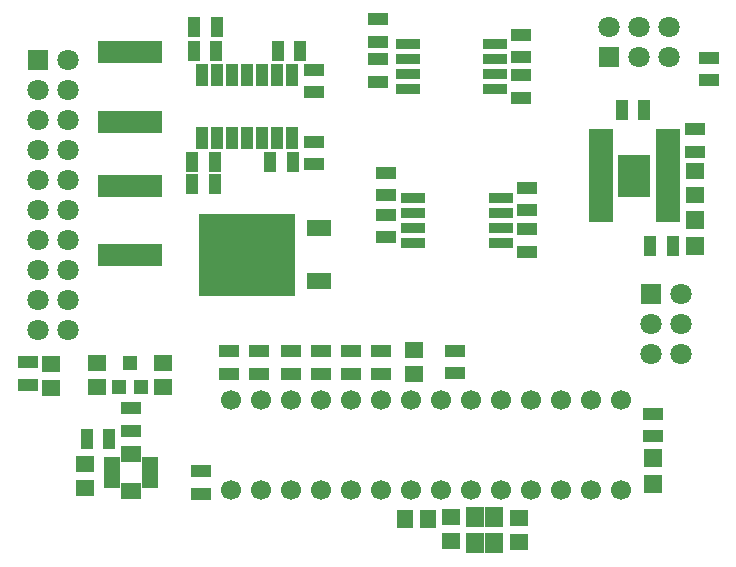
<source format=gbr>
G04 #@! TF.GenerationSoftware,KiCad,Pcbnew,5.0.0-fee4fd1~66~ubuntu16.04.1*
G04 #@! TF.CreationDate,2018-11-06T10:27:56-05:00*
G04 #@! TF.ProjectId,circuit,636972637569742E6B696361645F7063,rev?*
G04 #@! TF.SameCoordinates,Original*
G04 #@! TF.FileFunction,Soldermask,Top*
G04 #@! TF.FilePolarity,Negative*
%FSLAX46Y46*%
G04 Gerber Fmt 4.6, Leading zero omitted, Abs format (unit mm)*
G04 Created by KiCad (PCBNEW 5.0.0-fee4fd1~66~ubuntu16.04.1) date Tue Nov  6 10:27:56 2018*
%MOMM*%
%LPD*%
G01*
G04 APERTURE LIST*
%ADD10R,2.101800X1.339800*%
%ADD11R,8.121600X7.054800*%
%ADD12R,1.650000X1.400000*%
%ADD13R,1.400000X1.650000*%
%ADD14R,1.600000X1.600000*%
%ADD15R,1.800000X1.800000*%
%ADD16C,1.800000*%
%ADD17R,1.700000X1.100000*%
%ADD18R,1.100000X1.700000*%
%ADD19R,1.000000X1.900000*%
%ADD20R,1.416000X0.654000*%
%ADD21R,0.654000X1.416000*%
%ADD22R,2.150000X0.950000*%
%ADD23R,0.850000X1.900000*%
%ADD24R,2.000000X0.700000*%
%ADD25R,2.800000X3.680001*%
%ADD26C,1.700000*%
%ADD27R,1.600000X1.800000*%
%ADD28R,1.200000X1.300000*%
G04 APERTURE END LIST*
D10*
G04 #@! TO.C,U5*
X158000700Y-83276001D03*
X158000700Y-78775999D03*
D11*
X151892000Y-81026000D03*
G04 #@! TD*
D12*
G04 #@! TO.C,C1*
X135280400Y-92271600D03*
X135280400Y-90271600D03*
G04 #@! TD*
G04 #@! TO.C,C2*
X169151300Y-105241600D03*
X169151300Y-103241600D03*
G04 #@! TD*
G04 #@! TO.C,C3*
X174929800Y-105305100D03*
X174929800Y-103305100D03*
G04 #@! TD*
G04 #@! TO.C,C4*
X166014400Y-89093800D03*
X166014400Y-91093800D03*
G04 #@! TD*
G04 #@! TO.C,C5*
X189852300Y-75955400D03*
X189852300Y-73955400D03*
G04 #@! TD*
D13*
G04 #@! TO.C,C7*
X167243000Y-103378000D03*
X165243000Y-103378000D03*
G04 #@! TD*
D14*
G04 #@! TO.C,D1*
X189814200Y-78089400D03*
X189814200Y-80289400D03*
G04 #@! TD*
G04 #@! TO.C,D2*
X186296300Y-98188600D03*
X186296300Y-100388600D03*
G04 #@! TD*
D15*
G04 #@! TO.C,J1*
X134239000Y-64516000D03*
D16*
X136779000Y-64516000D03*
X134239000Y-67056000D03*
X136779000Y-67056000D03*
X134239000Y-69596000D03*
X136779000Y-69596000D03*
X134239000Y-74676000D03*
X134239000Y-72136000D03*
X134239000Y-79756000D03*
X134239000Y-84836000D03*
X134239000Y-77216000D03*
X134239000Y-82296000D03*
X134239000Y-87376000D03*
X136779000Y-79756000D03*
X136779000Y-77216000D03*
X136779000Y-72136000D03*
X136779000Y-84836000D03*
X136779000Y-74676000D03*
X136779000Y-87376000D03*
X136779000Y-82296000D03*
G04 #@! TD*
D15*
G04 #@! TO.C,J2*
X182524400Y-64287400D03*
D16*
X182524400Y-61747400D03*
X185064400Y-64287400D03*
X185064400Y-61747400D03*
X187604400Y-64287400D03*
X187604400Y-61747400D03*
G04 #@! TD*
G04 #@! TO.C,P1*
X188620400Y-89433400D03*
X186080400Y-89433400D03*
X188620400Y-86893400D03*
X186080400Y-86893400D03*
X188620400Y-84353400D03*
D15*
X186080400Y-84353400D03*
G04 #@! TD*
D17*
G04 #@! TO.C,R1*
X152895300Y-91094600D03*
X152895300Y-89194600D03*
G04 #@! TD*
G04 #@! TO.C,R2*
X150418800Y-91094600D03*
X150418800Y-89194600D03*
G04 #@! TD*
G04 #@! TO.C,R3*
X133324600Y-92019200D03*
X133324600Y-90119200D03*
G04 #@! TD*
D18*
G04 #@! TO.C,R4*
X149159000Y-73152000D03*
X147259000Y-73152000D03*
G04 #@! TD*
G04 #@! TO.C,R5*
X155763000Y-73152000D03*
X153863000Y-73152000D03*
G04 #@! TD*
D17*
G04 #@! TO.C,R6*
X175098235Y-64273395D03*
X175098235Y-62373395D03*
G04 #@! TD*
D18*
G04 #@! TO.C,R7*
X147259000Y-75057000D03*
X149159000Y-75057000D03*
G04 #@! TD*
D17*
G04 #@! TO.C,R8*
X175583587Y-75364614D03*
X175583587Y-77264614D03*
G04 #@! TD*
G04 #@! TO.C,R9*
X157543500Y-71440000D03*
X157543500Y-73340000D03*
G04 #@! TD*
G04 #@! TO.C,R10*
X175098235Y-65802395D03*
X175098235Y-67702395D03*
G04 #@! TD*
G04 #@! TO.C,R11*
X175583587Y-78857114D03*
X175583587Y-80757114D03*
G04 #@! TD*
G04 #@! TO.C,R12*
X163245800Y-91094600D03*
X163245800Y-89194600D03*
G04 #@! TD*
G04 #@! TO.C,R13*
X158165800Y-89194600D03*
X158165800Y-91094600D03*
G04 #@! TD*
D18*
G04 #@! TO.C,R14*
X186055000Y-80238600D03*
X187955000Y-80238600D03*
G04 #@! TD*
D17*
G04 #@! TO.C,R15*
X186296300Y-96365100D03*
X186296300Y-94465100D03*
G04 #@! TD*
D18*
G04 #@! TO.C,R16*
X149286000Y-63754000D03*
X147386000Y-63754000D03*
G04 #@! TD*
G04 #@! TO.C,R17*
X156398000Y-63754000D03*
X154498000Y-63754000D03*
G04 #@! TD*
D17*
G04 #@! TO.C,R18*
X163709087Y-74094614D03*
X163709087Y-75994614D03*
G04 #@! TD*
D18*
G04 #@! TO.C,R19*
X147447000Y-61722000D03*
X149347000Y-61722000D03*
G04 #@! TD*
D17*
G04 #@! TO.C,R20*
X163033235Y-62992000D03*
X163033235Y-61092000D03*
G04 #@! TD*
G04 #@! TO.C,R21*
X157607000Y-65344000D03*
X157607000Y-67244000D03*
G04 #@! TD*
G04 #@! TO.C,R22*
X163709087Y-79550614D03*
X163709087Y-77650614D03*
G04 #@! TD*
G04 #@! TO.C,R23*
X163033235Y-66368895D03*
X163033235Y-64468895D03*
G04 #@! TD*
G04 #@! TO.C,R24*
X155625800Y-91094600D03*
X155625800Y-89194600D03*
G04 #@! TD*
G04 #@! TO.C,R25*
X160705800Y-91094600D03*
X160705800Y-89194600D03*
G04 #@! TD*
D18*
G04 #@! TO.C,R26*
X183631800Y-68732400D03*
X185531800Y-68732400D03*
G04 #@! TD*
D17*
G04 #@! TO.C,R27*
X148005800Y-101254600D03*
X148005800Y-99354600D03*
G04 #@! TD*
G04 #@! TO.C,R28*
X169519600Y-89143800D03*
X169519600Y-91043800D03*
G04 #@! TD*
D19*
G04 #@! TO.C,U1*
X148082000Y-65753000D03*
X149352000Y-65753000D03*
X150622000Y-65753000D03*
X151892000Y-65753000D03*
X153162000Y-65753000D03*
X154432000Y-65753000D03*
X155702000Y-65753000D03*
X155702000Y-71153000D03*
X154432000Y-71153000D03*
X153162000Y-71153000D03*
X151892000Y-71153000D03*
X150622000Y-71153000D03*
X149352000Y-71153000D03*
X148082000Y-71153000D03*
G04 #@! TD*
D20*
G04 #@! TO.C,U2*
X143713200Y-100441001D03*
X143713200Y-99940999D03*
X143713200Y-99441000D03*
X143713200Y-98941001D03*
X143713200Y-98440999D03*
D21*
X142612999Y-97840800D03*
X142113000Y-97840800D03*
X141613001Y-97840800D03*
D20*
X140512800Y-98440999D03*
X140512800Y-98941001D03*
X140512800Y-99441000D03*
X140512800Y-99940999D03*
X140512800Y-100441001D03*
D21*
X141613001Y-101041200D03*
X142113000Y-101041200D03*
X142612999Y-101041200D03*
G04 #@! TD*
D22*
G04 #@! TO.C,U3*
X172892735Y-66942895D03*
X172892735Y-65672895D03*
X172892735Y-64402895D03*
X172892735Y-63132895D03*
X165492735Y-63132895D03*
X165492735Y-64402895D03*
X165492735Y-65672895D03*
X165492735Y-66942895D03*
G04 #@! TD*
G04 #@! TO.C,U4*
X165978087Y-79997614D03*
X165978087Y-78727614D03*
X165978087Y-77457614D03*
X165978087Y-76187614D03*
X173378087Y-76187614D03*
X173378087Y-77457614D03*
X173378087Y-78727614D03*
X173378087Y-79997614D03*
G04 #@! TD*
D23*
G04 #@! TO.C,U7*
X139711000Y-75155000D03*
X140361000Y-75155000D03*
X141011000Y-75155000D03*
X141661000Y-75155000D03*
X142311000Y-75155000D03*
X142961000Y-75155000D03*
X143611000Y-75155000D03*
X144261000Y-75155000D03*
X144261000Y-81055000D03*
X143611000Y-81055000D03*
X142961000Y-81055000D03*
X142311000Y-81055000D03*
X141661000Y-81055000D03*
X141011000Y-81055000D03*
X140361000Y-81055000D03*
X139711000Y-81055000D03*
G04 #@! TD*
G04 #@! TO.C,U8*
X139711000Y-69752000D03*
X140361000Y-69752000D03*
X141011000Y-69752000D03*
X141661000Y-69752000D03*
X142311000Y-69752000D03*
X142961000Y-69752000D03*
X143611000Y-69752000D03*
X144261000Y-69752000D03*
X144261000Y-63852000D03*
X143611000Y-63852000D03*
X142961000Y-63852000D03*
X142311000Y-63852000D03*
X141661000Y-63852000D03*
X141011000Y-63852000D03*
X140361000Y-63852000D03*
X139711000Y-63852000D03*
G04 #@! TD*
D24*
G04 #@! TO.C,U9*
X181908801Y-70745401D03*
X181908801Y-71395400D03*
X181908801Y-72045398D03*
X181908801Y-72695399D03*
X181908801Y-73345398D03*
X181908801Y-73995399D03*
X181908801Y-74645398D03*
X181908801Y-75295399D03*
X181908801Y-75945398D03*
X181908801Y-76595399D03*
X181908801Y-77245398D03*
X181908801Y-77895399D03*
X187508799Y-77895399D03*
X187508799Y-77245400D03*
X187508799Y-76595399D03*
X187508799Y-75945401D03*
X187508799Y-75295399D03*
X187508799Y-74645401D03*
X187508799Y-73995402D03*
X187508799Y-73345401D03*
X187508799Y-72695402D03*
X187508799Y-72045401D03*
X187508799Y-71395402D03*
X187508799Y-70745401D03*
D25*
X184708800Y-74320400D03*
G04 #@! TD*
D26*
G04 #@! TO.C,U10*
X150545800Y-100939600D03*
X150545800Y-93319600D03*
X153085800Y-100939600D03*
X153085800Y-93319600D03*
X155625800Y-100939600D03*
X155625800Y-93319600D03*
X158165800Y-100939600D03*
X158165800Y-93319600D03*
X160705800Y-100939600D03*
X160705800Y-93319600D03*
X163245800Y-100939600D03*
X163245800Y-93319600D03*
X165785800Y-100939600D03*
X165785800Y-93319600D03*
X168325800Y-100939600D03*
X168325800Y-93319600D03*
X170865800Y-100939600D03*
X170865800Y-93319600D03*
X173405800Y-100939600D03*
X173405800Y-93319600D03*
X175945800Y-100939600D03*
X175945800Y-93319600D03*
X178485800Y-100939600D03*
X178485800Y-93319600D03*
X181025800Y-100939600D03*
X181025800Y-93319600D03*
X183565800Y-100939600D03*
X183565800Y-93319600D03*
G04 #@! TD*
D27*
G04 #@! TO.C,Y1*
X172808800Y-105405100D03*
X172808800Y-103205100D03*
X171208800Y-103205100D03*
X171208800Y-105405100D03*
G04 #@! TD*
D28*
G04 #@! TO.C,U6*
X141986000Y-90186000D03*
X142936000Y-92186000D03*
X141036000Y-92186000D03*
G04 #@! TD*
D12*
G04 #@! TO.C,C8*
X138201400Y-100720400D03*
X138201400Y-98720400D03*
G04 #@! TD*
D17*
G04 #@! TO.C,R29*
X142113000Y-93995200D03*
X142113000Y-95895200D03*
G04 #@! TD*
D18*
G04 #@! TO.C,R30*
X138318200Y-96570800D03*
X140218200Y-96570800D03*
G04 #@! TD*
D17*
G04 #@! TO.C,C6*
X189852300Y-70385900D03*
X189852300Y-72285900D03*
G04 #@! TD*
D12*
G04 #@! TO.C,C9*
X144780000Y-90170000D03*
X144780000Y-92170000D03*
G04 #@! TD*
G04 #@! TO.C,C10*
X139192000Y-92170000D03*
X139192000Y-90170000D03*
G04 #@! TD*
D17*
G04 #@! TO.C,F1*
X191008000Y-66228000D03*
X191008000Y-64328000D03*
G04 #@! TD*
M02*

</source>
